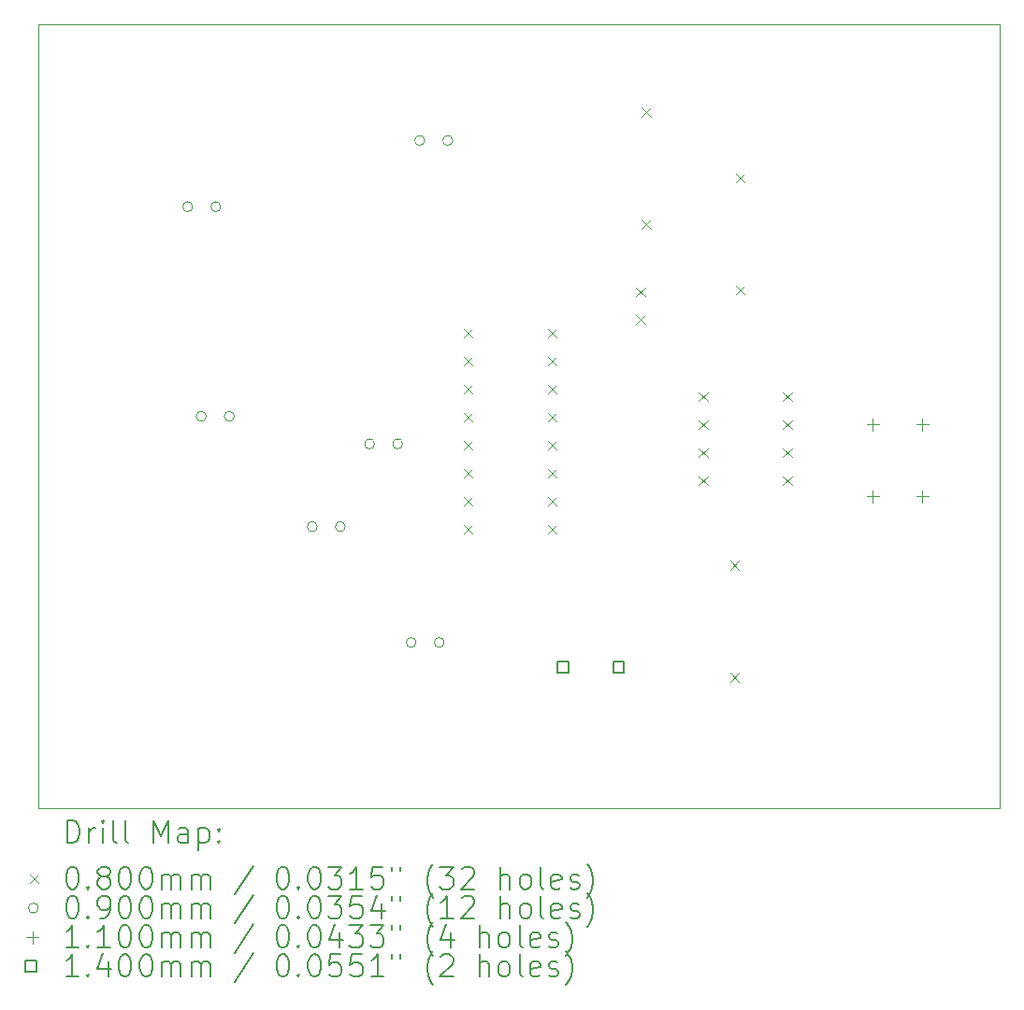
<source format=gbr>
%TF.GenerationSoftware,KiCad,Pcbnew,8.0.5*%
%TF.CreationDate,2024-09-28T21:24:17+05:30*%
%TF.ProjectId,555 DICE,35353520-4449-4434-952e-6b696361645f,rev?*%
%TF.SameCoordinates,Original*%
%TF.FileFunction,Drillmap*%
%TF.FilePolarity,Positive*%
%FSLAX45Y45*%
G04 Gerber Fmt 4.5, Leading zero omitted, Abs format (unit mm)*
G04 Created by KiCad (PCBNEW 8.0.5) date 2024-09-28 21:24:17*
%MOMM*%
%LPD*%
G01*
G04 APERTURE LIST*
%ADD10C,0.050000*%
%ADD11C,0.200000*%
%ADD12C,0.100000*%
%ADD13C,0.110000*%
%ADD14C,0.140000*%
G04 APERTURE END LIST*
D10*
X2700000Y-4450000D02*
X11400000Y-4450000D01*
X11400000Y-11550000D01*
X2700000Y-11550000D01*
X2700000Y-4450000D01*
D11*
D12*
X6548000Y-7206000D02*
X6628000Y-7286000D01*
X6628000Y-7206000D02*
X6548000Y-7286000D01*
X6548000Y-7460000D02*
X6628000Y-7540000D01*
X6628000Y-7460000D02*
X6548000Y-7540000D01*
X6548000Y-7714000D02*
X6628000Y-7794000D01*
X6628000Y-7714000D02*
X6548000Y-7794000D01*
X6548000Y-7968000D02*
X6628000Y-8048000D01*
X6628000Y-7968000D02*
X6548000Y-8048000D01*
X6548000Y-8222000D02*
X6628000Y-8302000D01*
X6628000Y-8222000D02*
X6548000Y-8302000D01*
X6548000Y-8476000D02*
X6628000Y-8556000D01*
X6628000Y-8476000D02*
X6548000Y-8556000D01*
X6548000Y-8730000D02*
X6628000Y-8810000D01*
X6628000Y-8730000D02*
X6548000Y-8810000D01*
X6548000Y-8984000D02*
X6628000Y-9064000D01*
X6628000Y-8984000D02*
X6548000Y-9064000D01*
X7310000Y-7206000D02*
X7390000Y-7286000D01*
X7390000Y-7206000D02*
X7310000Y-7286000D01*
X7310000Y-7460000D02*
X7390000Y-7540000D01*
X7390000Y-7460000D02*
X7310000Y-7540000D01*
X7310000Y-7714000D02*
X7390000Y-7794000D01*
X7390000Y-7714000D02*
X7310000Y-7794000D01*
X7310000Y-7968000D02*
X7390000Y-8048000D01*
X7390000Y-7968000D02*
X7310000Y-8048000D01*
X7310000Y-8222000D02*
X7390000Y-8302000D01*
X7390000Y-8222000D02*
X7310000Y-8302000D01*
X7310000Y-8476000D02*
X7390000Y-8556000D01*
X7390000Y-8476000D02*
X7310000Y-8556000D01*
X7310000Y-8730000D02*
X7390000Y-8810000D01*
X7390000Y-8730000D02*
X7310000Y-8810000D01*
X7310000Y-8984000D02*
X7390000Y-9064000D01*
X7390000Y-8984000D02*
X7310000Y-9064000D01*
X8110000Y-6835000D02*
X8190000Y-6915000D01*
X8190000Y-6835000D02*
X8110000Y-6915000D01*
X8110000Y-7085000D02*
X8190000Y-7165000D01*
X8190000Y-7085000D02*
X8110000Y-7165000D01*
X8160000Y-5202000D02*
X8240000Y-5282000D01*
X8240000Y-5202000D02*
X8160000Y-5282000D01*
X8160000Y-6218000D02*
X8240000Y-6298000D01*
X8240000Y-6218000D02*
X8160000Y-6298000D01*
X8677500Y-7780000D02*
X8757500Y-7860000D01*
X8757500Y-7780000D02*
X8677500Y-7860000D01*
X8677500Y-8034000D02*
X8757500Y-8114000D01*
X8757500Y-8034000D02*
X8677500Y-8114000D01*
X8677500Y-8288000D02*
X8757500Y-8368000D01*
X8757500Y-8288000D02*
X8677500Y-8368000D01*
X8677500Y-8542000D02*
X8757500Y-8622000D01*
X8757500Y-8542000D02*
X8677500Y-8622000D01*
X8960000Y-9310000D02*
X9040000Y-9390000D01*
X9040000Y-9310000D02*
X8960000Y-9390000D01*
X8960000Y-10326000D02*
X9040000Y-10406000D01*
X9040000Y-10326000D02*
X8960000Y-10406000D01*
X9010000Y-5802000D02*
X9090000Y-5882000D01*
X9090000Y-5802000D02*
X9010000Y-5882000D01*
X9010000Y-6818000D02*
X9090000Y-6898000D01*
X9090000Y-6818000D02*
X9010000Y-6898000D01*
X9439500Y-7780000D02*
X9519500Y-7860000D01*
X9519500Y-7780000D02*
X9439500Y-7860000D01*
X9439500Y-8034000D02*
X9519500Y-8114000D01*
X9519500Y-8034000D02*
X9439500Y-8114000D01*
X9439500Y-8288000D02*
X9519500Y-8368000D01*
X9519500Y-8288000D02*
X9439500Y-8368000D01*
X9439500Y-8542000D02*
X9519500Y-8622000D01*
X9519500Y-8542000D02*
X9439500Y-8622000D01*
X4095000Y-6100000D02*
G75*
G02*
X4005000Y-6100000I-45000J0D01*
G01*
X4005000Y-6100000D02*
G75*
G02*
X4095000Y-6100000I45000J0D01*
G01*
X4217500Y-8000000D02*
G75*
G02*
X4127500Y-8000000I-45000J0D01*
G01*
X4127500Y-8000000D02*
G75*
G02*
X4217500Y-8000000I45000J0D01*
G01*
X4349000Y-6100000D02*
G75*
G02*
X4259000Y-6100000I-45000J0D01*
G01*
X4259000Y-6100000D02*
G75*
G02*
X4349000Y-6100000I45000J0D01*
G01*
X4471500Y-8000000D02*
G75*
G02*
X4381500Y-8000000I-45000J0D01*
G01*
X4381500Y-8000000D02*
G75*
G02*
X4471500Y-8000000I45000J0D01*
G01*
X5222500Y-9000000D02*
G75*
G02*
X5132500Y-9000000I-45000J0D01*
G01*
X5132500Y-9000000D02*
G75*
G02*
X5222500Y-9000000I45000J0D01*
G01*
X5476500Y-9000000D02*
G75*
G02*
X5386500Y-9000000I-45000J0D01*
G01*
X5386500Y-9000000D02*
G75*
G02*
X5476500Y-9000000I45000J0D01*
G01*
X5741000Y-8250000D02*
G75*
G02*
X5651000Y-8250000I-45000J0D01*
G01*
X5651000Y-8250000D02*
G75*
G02*
X5741000Y-8250000I45000J0D01*
G01*
X5995000Y-8250000D02*
G75*
G02*
X5905000Y-8250000I-45000J0D01*
G01*
X5905000Y-8250000D02*
G75*
G02*
X5995000Y-8250000I45000J0D01*
G01*
X6117500Y-10050000D02*
G75*
G02*
X6027500Y-10050000I-45000J0D01*
G01*
X6027500Y-10050000D02*
G75*
G02*
X6117500Y-10050000I45000J0D01*
G01*
X6195000Y-5500000D02*
G75*
G02*
X6105000Y-5500000I-45000J0D01*
G01*
X6105000Y-5500000D02*
G75*
G02*
X6195000Y-5500000I45000J0D01*
G01*
X6371500Y-10050000D02*
G75*
G02*
X6281500Y-10050000I-45000J0D01*
G01*
X6281500Y-10050000D02*
G75*
G02*
X6371500Y-10050000I45000J0D01*
G01*
X6449000Y-5500000D02*
G75*
G02*
X6359000Y-5500000I-45000J0D01*
G01*
X6359000Y-5500000D02*
G75*
G02*
X6449000Y-5500000I45000J0D01*
G01*
D13*
X10250000Y-8020000D02*
X10250000Y-8130000D01*
X10195000Y-8075000D02*
X10305000Y-8075000D01*
X10250000Y-8670000D02*
X10250000Y-8780000D01*
X10195000Y-8725000D02*
X10305000Y-8725000D01*
X10700000Y-8020000D02*
X10700000Y-8130000D01*
X10645000Y-8075000D02*
X10755000Y-8075000D01*
X10700000Y-8670000D02*
X10700000Y-8780000D01*
X10645000Y-8725000D02*
X10755000Y-8725000D01*
D14*
X7499498Y-10321748D02*
X7499498Y-10222752D01*
X7400502Y-10222752D01*
X7400502Y-10321748D01*
X7499498Y-10321748D01*
X7999498Y-10321748D02*
X7999498Y-10222752D01*
X7900502Y-10222752D01*
X7900502Y-10321748D01*
X7999498Y-10321748D01*
D11*
X2958277Y-11863984D02*
X2958277Y-11663984D01*
X2958277Y-11663984D02*
X3005896Y-11663984D01*
X3005896Y-11663984D02*
X3034467Y-11673508D01*
X3034467Y-11673508D02*
X3053515Y-11692555D01*
X3053515Y-11692555D02*
X3063039Y-11711603D01*
X3063039Y-11711603D02*
X3072562Y-11749698D01*
X3072562Y-11749698D02*
X3072562Y-11778269D01*
X3072562Y-11778269D02*
X3063039Y-11816365D01*
X3063039Y-11816365D02*
X3053515Y-11835412D01*
X3053515Y-11835412D02*
X3034467Y-11854460D01*
X3034467Y-11854460D02*
X3005896Y-11863984D01*
X3005896Y-11863984D02*
X2958277Y-11863984D01*
X3158277Y-11863984D02*
X3158277Y-11730650D01*
X3158277Y-11768746D02*
X3167801Y-11749698D01*
X3167801Y-11749698D02*
X3177324Y-11740174D01*
X3177324Y-11740174D02*
X3196372Y-11730650D01*
X3196372Y-11730650D02*
X3215420Y-11730650D01*
X3282086Y-11863984D02*
X3282086Y-11730650D01*
X3282086Y-11663984D02*
X3272562Y-11673508D01*
X3272562Y-11673508D02*
X3282086Y-11683031D01*
X3282086Y-11683031D02*
X3291610Y-11673508D01*
X3291610Y-11673508D02*
X3282086Y-11663984D01*
X3282086Y-11663984D02*
X3282086Y-11683031D01*
X3405896Y-11863984D02*
X3386848Y-11854460D01*
X3386848Y-11854460D02*
X3377324Y-11835412D01*
X3377324Y-11835412D02*
X3377324Y-11663984D01*
X3510658Y-11863984D02*
X3491610Y-11854460D01*
X3491610Y-11854460D02*
X3482086Y-11835412D01*
X3482086Y-11835412D02*
X3482086Y-11663984D01*
X3739229Y-11863984D02*
X3739229Y-11663984D01*
X3739229Y-11663984D02*
X3805896Y-11806841D01*
X3805896Y-11806841D02*
X3872562Y-11663984D01*
X3872562Y-11663984D02*
X3872562Y-11863984D01*
X4053515Y-11863984D02*
X4053515Y-11759222D01*
X4053515Y-11759222D02*
X4043991Y-11740174D01*
X4043991Y-11740174D02*
X4024943Y-11730650D01*
X4024943Y-11730650D02*
X3986848Y-11730650D01*
X3986848Y-11730650D02*
X3967801Y-11740174D01*
X4053515Y-11854460D02*
X4034467Y-11863984D01*
X4034467Y-11863984D02*
X3986848Y-11863984D01*
X3986848Y-11863984D02*
X3967801Y-11854460D01*
X3967801Y-11854460D02*
X3958277Y-11835412D01*
X3958277Y-11835412D02*
X3958277Y-11816365D01*
X3958277Y-11816365D02*
X3967801Y-11797317D01*
X3967801Y-11797317D02*
X3986848Y-11787793D01*
X3986848Y-11787793D02*
X4034467Y-11787793D01*
X4034467Y-11787793D02*
X4053515Y-11778269D01*
X4148753Y-11730650D02*
X4148753Y-11930650D01*
X4148753Y-11740174D02*
X4167801Y-11730650D01*
X4167801Y-11730650D02*
X4205896Y-11730650D01*
X4205896Y-11730650D02*
X4224944Y-11740174D01*
X4224944Y-11740174D02*
X4234467Y-11749698D01*
X4234467Y-11749698D02*
X4243991Y-11768746D01*
X4243991Y-11768746D02*
X4243991Y-11825888D01*
X4243991Y-11825888D02*
X4234467Y-11844936D01*
X4234467Y-11844936D02*
X4224944Y-11854460D01*
X4224944Y-11854460D02*
X4205896Y-11863984D01*
X4205896Y-11863984D02*
X4167801Y-11863984D01*
X4167801Y-11863984D02*
X4148753Y-11854460D01*
X4329705Y-11844936D02*
X4339229Y-11854460D01*
X4339229Y-11854460D02*
X4329705Y-11863984D01*
X4329705Y-11863984D02*
X4320182Y-11854460D01*
X4320182Y-11854460D02*
X4329705Y-11844936D01*
X4329705Y-11844936D02*
X4329705Y-11863984D01*
X4329705Y-11740174D02*
X4339229Y-11749698D01*
X4339229Y-11749698D02*
X4329705Y-11759222D01*
X4329705Y-11759222D02*
X4320182Y-11749698D01*
X4320182Y-11749698D02*
X4329705Y-11740174D01*
X4329705Y-11740174D02*
X4329705Y-11759222D01*
D12*
X2617500Y-12152500D02*
X2697500Y-12232500D01*
X2697500Y-12152500D02*
X2617500Y-12232500D01*
D11*
X2996372Y-12083984D02*
X3015420Y-12083984D01*
X3015420Y-12083984D02*
X3034467Y-12093508D01*
X3034467Y-12093508D02*
X3043991Y-12103031D01*
X3043991Y-12103031D02*
X3053515Y-12122079D01*
X3053515Y-12122079D02*
X3063039Y-12160174D01*
X3063039Y-12160174D02*
X3063039Y-12207793D01*
X3063039Y-12207793D02*
X3053515Y-12245888D01*
X3053515Y-12245888D02*
X3043991Y-12264936D01*
X3043991Y-12264936D02*
X3034467Y-12274460D01*
X3034467Y-12274460D02*
X3015420Y-12283984D01*
X3015420Y-12283984D02*
X2996372Y-12283984D01*
X2996372Y-12283984D02*
X2977324Y-12274460D01*
X2977324Y-12274460D02*
X2967801Y-12264936D01*
X2967801Y-12264936D02*
X2958277Y-12245888D01*
X2958277Y-12245888D02*
X2948753Y-12207793D01*
X2948753Y-12207793D02*
X2948753Y-12160174D01*
X2948753Y-12160174D02*
X2958277Y-12122079D01*
X2958277Y-12122079D02*
X2967801Y-12103031D01*
X2967801Y-12103031D02*
X2977324Y-12093508D01*
X2977324Y-12093508D02*
X2996372Y-12083984D01*
X3148753Y-12264936D02*
X3158277Y-12274460D01*
X3158277Y-12274460D02*
X3148753Y-12283984D01*
X3148753Y-12283984D02*
X3139229Y-12274460D01*
X3139229Y-12274460D02*
X3148753Y-12264936D01*
X3148753Y-12264936D02*
X3148753Y-12283984D01*
X3272562Y-12169698D02*
X3253515Y-12160174D01*
X3253515Y-12160174D02*
X3243991Y-12150650D01*
X3243991Y-12150650D02*
X3234467Y-12131603D01*
X3234467Y-12131603D02*
X3234467Y-12122079D01*
X3234467Y-12122079D02*
X3243991Y-12103031D01*
X3243991Y-12103031D02*
X3253515Y-12093508D01*
X3253515Y-12093508D02*
X3272562Y-12083984D01*
X3272562Y-12083984D02*
X3310658Y-12083984D01*
X3310658Y-12083984D02*
X3329705Y-12093508D01*
X3329705Y-12093508D02*
X3339229Y-12103031D01*
X3339229Y-12103031D02*
X3348753Y-12122079D01*
X3348753Y-12122079D02*
X3348753Y-12131603D01*
X3348753Y-12131603D02*
X3339229Y-12150650D01*
X3339229Y-12150650D02*
X3329705Y-12160174D01*
X3329705Y-12160174D02*
X3310658Y-12169698D01*
X3310658Y-12169698D02*
X3272562Y-12169698D01*
X3272562Y-12169698D02*
X3253515Y-12179222D01*
X3253515Y-12179222D02*
X3243991Y-12188746D01*
X3243991Y-12188746D02*
X3234467Y-12207793D01*
X3234467Y-12207793D02*
X3234467Y-12245888D01*
X3234467Y-12245888D02*
X3243991Y-12264936D01*
X3243991Y-12264936D02*
X3253515Y-12274460D01*
X3253515Y-12274460D02*
X3272562Y-12283984D01*
X3272562Y-12283984D02*
X3310658Y-12283984D01*
X3310658Y-12283984D02*
X3329705Y-12274460D01*
X3329705Y-12274460D02*
X3339229Y-12264936D01*
X3339229Y-12264936D02*
X3348753Y-12245888D01*
X3348753Y-12245888D02*
X3348753Y-12207793D01*
X3348753Y-12207793D02*
X3339229Y-12188746D01*
X3339229Y-12188746D02*
X3329705Y-12179222D01*
X3329705Y-12179222D02*
X3310658Y-12169698D01*
X3472562Y-12083984D02*
X3491610Y-12083984D01*
X3491610Y-12083984D02*
X3510658Y-12093508D01*
X3510658Y-12093508D02*
X3520182Y-12103031D01*
X3520182Y-12103031D02*
X3529705Y-12122079D01*
X3529705Y-12122079D02*
X3539229Y-12160174D01*
X3539229Y-12160174D02*
X3539229Y-12207793D01*
X3539229Y-12207793D02*
X3529705Y-12245888D01*
X3529705Y-12245888D02*
X3520182Y-12264936D01*
X3520182Y-12264936D02*
X3510658Y-12274460D01*
X3510658Y-12274460D02*
X3491610Y-12283984D01*
X3491610Y-12283984D02*
X3472562Y-12283984D01*
X3472562Y-12283984D02*
X3453515Y-12274460D01*
X3453515Y-12274460D02*
X3443991Y-12264936D01*
X3443991Y-12264936D02*
X3434467Y-12245888D01*
X3434467Y-12245888D02*
X3424943Y-12207793D01*
X3424943Y-12207793D02*
X3424943Y-12160174D01*
X3424943Y-12160174D02*
X3434467Y-12122079D01*
X3434467Y-12122079D02*
X3443991Y-12103031D01*
X3443991Y-12103031D02*
X3453515Y-12093508D01*
X3453515Y-12093508D02*
X3472562Y-12083984D01*
X3663039Y-12083984D02*
X3682086Y-12083984D01*
X3682086Y-12083984D02*
X3701134Y-12093508D01*
X3701134Y-12093508D02*
X3710658Y-12103031D01*
X3710658Y-12103031D02*
X3720182Y-12122079D01*
X3720182Y-12122079D02*
X3729705Y-12160174D01*
X3729705Y-12160174D02*
X3729705Y-12207793D01*
X3729705Y-12207793D02*
X3720182Y-12245888D01*
X3720182Y-12245888D02*
X3710658Y-12264936D01*
X3710658Y-12264936D02*
X3701134Y-12274460D01*
X3701134Y-12274460D02*
X3682086Y-12283984D01*
X3682086Y-12283984D02*
X3663039Y-12283984D01*
X3663039Y-12283984D02*
X3643991Y-12274460D01*
X3643991Y-12274460D02*
X3634467Y-12264936D01*
X3634467Y-12264936D02*
X3624943Y-12245888D01*
X3624943Y-12245888D02*
X3615420Y-12207793D01*
X3615420Y-12207793D02*
X3615420Y-12160174D01*
X3615420Y-12160174D02*
X3624943Y-12122079D01*
X3624943Y-12122079D02*
X3634467Y-12103031D01*
X3634467Y-12103031D02*
X3643991Y-12093508D01*
X3643991Y-12093508D02*
X3663039Y-12083984D01*
X3815420Y-12283984D02*
X3815420Y-12150650D01*
X3815420Y-12169698D02*
X3824943Y-12160174D01*
X3824943Y-12160174D02*
X3843991Y-12150650D01*
X3843991Y-12150650D02*
X3872563Y-12150650D01*
X3872563Y-12150650D02*
X3891610Y-12160174D01*
X3891610Y-12160174D02*
X3901134Y-12179222D01*
X3901134Y-12179222D02*
X3901134Y-12283984D01*
X3901134Y-12179222D02*
X3910658Y-12160174D01*
X3910658Y-12160174D02*
X3929705Y-12150650D01*
X3929705Y-12150650D02*
X3958277Y-12150650D01*
X3958277Y-12150650D02*
X3977324Y-12160174D01*
X3977324Y-12160174D02*
X3986848Y-12179222D01*
X3986848Y-12179222D02*
X3986848Y-12283984D01*
X4082086Y-12283984D02*
X4082086Y-12150650D01*
X4082086Y-12169698D02*
X4091610Y-12160174D01*
X4091610Y-12160174D02*
X4110658Y-12150650D01*
X4110658Y-12150650D02*
X4139229Y-12150650D01*
X4139229Y-12150650D02*
X4158277Y-12160174D01*
X4158277Y-12160174D02*
X4167801Y-12179222D01*
X4167801Y-12179222D02*
X4167801Y-12283984D01*
X4167801Y-12179222D02*
X4177324Y-12160174D01*
X4177324Y-12160174D02*
X4196372Y-12150650D01*
X4196372Y-12150650D02*
X4224944Y-12150650D01*
X4224944Y-12150650D02*
X4243991Y-12160174D01*
X4243991Y-12160174D02*
X4253515Y-12179222D01*
X4253515Y-12179222D02*
X4253515Y-12283984D01*
X4643991Y-12074460D02*
X4472563Y-12331603D01*
X4901134Y-12083984D02*
X4920182Y-12083984D01*
X4920182Y-12083984D02*
X4939229Y-12093508D01*
X4939229Y-12093508D02*
X4948753Y-12103031D01*
X4948753Y-12103031D02*
X4958277Y-12122079D01*
X4958277Y-12122079D02*
X4967801Y-12160174D01*
X4967801Y-12160174D02*
X4967801Y-12207793D01*
X4967801Y-12207793D02*
X4958277Y-12245888D01*
X4958277Y-12245888D02*
X4948753Y-12264936D01*
X4948753Y-12264936D02*
X4939229Y-12274460D01*
X4939229Y-12274460D02*
X4920182Y-12283984D01*
X4920182Y-12283984D02*
X4901134Y-12283984D01*
X4901134Y-12283984D02*
X4882087Y-12274460D01*
X4882087Y-12274460D02*
X4872563Y-12264936D01*
X4872563Y-12264936D02*
X4863039Y-12245888D01*
X4863039Y-12245888D02*
X4853515Y-12207793D01*
X4853515Y-12207793D02*
X4853515Y-12160174D01*
X4853515Y-12160174D02*
X4863039Y-12122079D01*
X4863039Y-12122079D02*
X4872563Y-12103031D01*
X4872563Y-12103031D02*
X4882087Y-12093508D01*
X4882087Y-12093508D02*
X4901134Y-12083984D01*
X5053515Y-12264936D02*
X5063039Y-12274460D01*
X5063039Y-12274460D02*
X5053515Y-12283984D01*
X5053515Y-12283984D02*
X5043991Y-12274460D01*
X5043991Y-12274460D02*
X5053515Y-12264936D01*
X5053515Y-12264936D02*
X5053515Y-12283984D01*
X5186848Y-12083984D02*
X5205896Y-12083984D01*
X5205896Y-12083984D02*
X5224944Y-12093508D01*
X5224944Y-12093508D02*
X5234468Y-12103031D01*
X5234468Y-12103031D02*
X5243991Y-12122079D01*
X5243991Y-12122079D02*
X5253515Y-12160174D01*
X5253515Y-12160174D02*
X5253515Y-12207793D01*
X5253515Y-12207793D02*
X5243991Y-12245888D01*
X5243991Y-12245888D02*
X5234468Y-12264936D01*
X5234468Y-12264936D02*
X5224944Y-12274460D01*
X5224944Y-12274460D02*
X5205896Y-12283984D01*
X5205896Y-12283984D02*
X5186848Y-12283984D01*
X5186848Y-12283984D02*
X5167801Y-12274460D01*
X5167801Y-12274460D02*
X5158277Y-12264936D01*
X5158277Y-12264936D02*
X5148753Y-12245888D01*
X5148753Y-12245888D02*
X5139229Y-12207793D01*
X5139229Y-12207793D02*
X5139229Y-12160174D01*
X5139229Y-12160174D02*
X5148753Y-12122079D01*
X5148753Y-12122079D02*
X5158277Y-12103031D01*
X5158277Y-12103031D02*
X5167801Y-12093508D01*
X5167801Y-12093508D02*
X5186848Y-12083984D01*
X5320182Y-12083984D02*
X5443991Y-12083984D01*
X5443991Y-12083984D02*
X5377325Y-12160174D01*
X5377325Y-12160174D02*
X5405896Y-12160174D01*
X5405896Y-12160174D02*
X5424944Y-12169698D01*
X5424944Y-12169698D02*
X5434468Y-12179222D01*
X5434468Y-12179222D02*
X5443991Y-12198269D01*
X5443991Y-12198269D02*
X5443991Y-12245888D01*
X5443991Y-12245888D02*
X5434468Y-12264936D01*
X5434468Y-12264936D02*
X5424944Y-12274460D01*
X5424944Y-12274460D02*
X5405896Y-12283984D01*
X5405896Y-12283984D02*
X5348753Y-12283984D01*
X5348753Y-12283984D02*
X5329706Y-12274460D01*
X5329706Y-12274460D02*
X5320182Y-12264936D01*
X5634467Y-12283984D02*
X5520182Y-12283984D01*
X5577325Y-12283984D02*
X5577325Y-12083984D01*
X5577325Y-12083984D02*
X5558277Y-12112555D01*
X5558277Y-12112555D02*
X5539229Y-12131603D01*
X5539229Y-12131603D02*
X5520182Y-12141127D01*
X5815420Y-12083984D02*
X5720182Y-12083984D01*
X5720182Y-12083984D02*
X5710658Y-12179222D01*
X5710658Y-12179222D02*
X5720182Y-12169698D01*
X5720182Y-12169698D02*
X5739229Y-12160174D01*
X5739229Y-12160174D02*
X5786848Y-12160174D01*
X5786848Y-12160174D02*
X5805896Y-12169698D01*
X5805896Y-12169698D02*
X5815420Y-12179222D01*
X5815420Y-12179222D02*
X5824944Y-12198269D01*
X5824944Y-12198269D02*
X5824944Y-12245888D01*
X5824944Y-12245888D02*
X5815420Y-12264936D01*
X5815420Y-12264936D02*
X5805896Y-12274460D01*
X5805896Y-12274460D02*
X5786848Y-12283984D01*
X5786848Y-12283984D02*
X5739229Y-12283984D01*
X5739229Y-12283984D02*
X5720182Y-12274460D01*
X5720182Y-12274460D02*
X5710658Y-12264936D01*
X5901134Y-12083984D02*
X5901134Y-12122079D01*
X5977325Y-12083984D02*
X5977325Y-12122079D01*
X6272563Y-12360174D02*
X6263039Y-12350650D01*
X6263039Y-12350650D02*
X6243991Y-12322079D01*
X6243991Y-12322079D02*
X6234468Y-12303031D01*
X6234468Y-12303031D02*
X6224944Y-12274460D01*
X6224944Y-12274460D02*
X6215420Y-12226841D01*
X6215420Y-12226841D02*
X6215420Y-12188746D01*
X6215420Y-12188746D02*
X6224944Y-12141127D01*
X6224944Y-12141127D02*
X6234468Y-12112555D01*
X6234468Y-12112555D02*
X6243991Y-12093508D01*
X6243991Y-12093508D02*
X6263039Y-12064936D01*
X6263039Y-12064936D02*
X6272563Y-12055412D01*
X6329706Y-12083984D02*
X6453515Y-12083984D01*
X6453515Y-12083984D02*
X6386848Y-12160174D01*
X6386848Y-12160174D02*
X6415420Y-12160174D01*
X6415420Y-12160174D02*
X6434468Y-12169698D01*
X6434468Y-12169698D02*
X6443991Y-12179222D01*
X6443991Y-12179222D02*
X6453515Y-12198269D01*
X6453515Y-12198269D02*
X6453515Y-12245888D01*
X6453515Y-12245888D02*
X6443991Y-12264936D01*
X6443991Y-12264936D02*
X6434468Y-12274460D01*
X6434468Y-12274460D02*
X6415420Y-12283984D01*
X6415420Y-12283984D02*
X6358277Y-12283984D01*
X6358277Y-12283984D02*
X6339229Y-12274460D01*
X6339229Y-12274460D02*
X6329706Y-12264936D01*
X6529706Y-12103031D02*
X6539229Y-12093508D01*
X6539229Y-12093508D02*
X6558277Y-12083984D01*
X6558277Y-12083984D02*
X6605896Y-12083984D01*
X6605896Y-12083984D02*
X6624944Y-12093508D01*
X6624944Y-12093508D02*
X6634468Y-12103031D01*
X6634468Y-12103031D02*
X6643991Y-12122079D01*
X6643991Y-12122079D02*
X6643991Y-12141127D01*
X6643991Y-12141127D02*
X6634468Y-12169698D01*
X6634468Y-12169698D02*
X6520182Y-12283984D01*
X6520182Y-12283984D02*
X6643991Y-12283984D01*
X6882087Y-12283984D02*
X6882087Y-12083984D01*
X6967801Y-12283984D02*
X6967801Y-12179222D01*
X6967801Y-12179222D02*
X6958277Y-12160174D01*
X6958277Y-12160174D02*
X6939230Y-12150650D01*
X6939230Y-12150650D02*
X6910658Y-12150650D01*
X6910658Y-12150650D02*
X6891610Y-12160174D01*
X6891610Y-12160174D02*
X6882087Y-12169698D01*
X7091610Y-12283984D02*
X7072563Y-12274460D01*
X7072563Y-12274460D02*
X7063039Y-12264936D01*
X7063039Y-12264936D02*
X7053515Y-12245888D01*
X7053515Y-12245888D02*
X7053515Y-12188746D01*
X7053515Y-12188746D02*
X7063039Y-12169698D01*
X7063039Y-12169698D02*
X7072563Y-12160174D01*
X7072563Y-12160174D02*
X7091610Y-12150650D01*
X7091610Y-12150650D02*
X7120182Y-12150650D01*
X7120182Y-12150650D02*
X7139230Y-12160174D01*
X7139230Y-12160174D02*
X7148753Y-12169698D01*
X7148753Y-12169698D02*
X7158277Y-12188746D01*
X7158277Y-12188746D02*
X7158277Y-12245888D01*
X7158277Y-12245888D02*
X7148753Y-12264936D01*
X7148753Y-12264936D02*
X7139230Y-12274460D01*
X7139230Y-12274460D02*
X7120182Y-12283984D01*
X7120182Y-12283984D02*
X7091610Y-12283984D01*
X7272563Y-12283984D02*
X7253515Y-12274460D01*
X7253515Y-12274460D02*
X7243991Y-12255412D01*
X7243991Y-12255412D02*
X7243991Y-12083984D01*
X7424944Y-12274460D02*
X7405896Y-12283984D01*
X7405896Y-12283984D02*
X7367801Y-12283984D01*
X7367801Y-12283984D02*
X7348753Y-12274460D01*
X7348753Y-12274460D02*
X7339230Y-12255412D01*
X7339230Y-12255412D02*
X7339230Y-12179222D01*
X7339230Y-12179222D02*
X7348753Y-12160174D01*
X7348753Y-12160174D02*
X7367801Y-12150650D01*
X7367801Y-12150650D02*
X7405896Y-12150650D01*
X7405896Y-12150650D02*
X7424944Y-12160174D01*
X7424944Y-12160174D02*
X7434468Y-12179222D01*
X7434468Y-12179222D02*
X7434468Y-12198269D01*
X7434468Y-12198269D02*
X7339230Y-12217317D01*
X7510658Y-12274460D02*
X7529706Y-12283984D01*
X7529706Y-12283984D02*
X7567801Y-12283984D01*
X7567801Y-12283984D02*
X7586849Y-12274460D01*
X7586849Y-12274460D02*
X7596372Y-12255412D01*
X7596372Y-12255412D02*
X7596372Y-12245888D01*
X7596372Y-12245888D02*
X7586849Y-12226841D01*
X7586849Y-12226841D02*
X7567801Y-12217317D01*
X7567801Y-12217317D02*
X7539230Y-12217317D01*
X7539230Y-12217317D02*
X7520182Y-12207793D01*
X7520182Y-12207793D02*
X7510658Y-12188746D01*
X7510658Y-12188746D02*
X7510658Y-12179222D01*
X7510658Y-12179222D02*
X7520182Y-12160174D01*
X7520182Y-12160174D02*
X7539230Y-12150650D01*
X7539230Y-12150650D02*
X7567801Y-12150650D01*
X7567801Y-12150650D02*
X7586849Y-12160174D01*
X7663039Y-12360174D02*
X7672563Y-12350650D01*
X7672563Y-12350650D02*
X7691611Y-12322079D01*
X7691611Y-12322079D02*
X7701134Y-12303031D01*
X7701134Y-12303031D02*
X7710658Y-12274460D01*
X7710658Y-12274460D02*
X7720182Y-12226841D01*
X7720182Y-12226841D02*
X7720182Y-12188746D01*
X7720182Y-12188746D02*
X7710658Y-12141127D01*
X7710658Y-12141127D02*
X7701134Y-12112555D01*
X7701134Y-12112555D02*
X7691611Y-12093508D01*
X7691611Y-12093508D02*
X7672563Y-12064936D01*
X7672563Y-12064936D02*
X7663039Y-12055412D01*
D12*
X2697500Y-12456500D02*
G75*
G02*
X2607500Y-12456500I-45000J0D01*
G01*
X2607500Y-12456500D02*
G75*
G02*
X2697500Y-12456500I45000J0D01*
G01*
D11*
X2996372Y-12347984D02*
X3015420Y-12347984D01*
X3015420Y-12347984D02*
X3034467Y-12357508D01*
X3034467Y-12357508D02*
X3043991Y-12367031D01*
X3043991Y-12367031D02*
X3053515Y-12386079D01*
X3053515Y-12386079D02*
X3063039Y-12424174D01*
X3063039Y-12424174D02*
X3063039Y-12471793D01*
X3063039Y-12471793D02*
X3053515Y-12509888D01*
X3053515Y-12509888D02*
X3043991Y-12528936D01*
X3043991Y-12528936D02*
X3034467Y-12538460D01*
X3034467Y-12538460D02*
X3015420Y-12547984D01*
X3015420Y-12547984D02*
X2996372Y-12547984D01*
X2996372Y-12547984D02*
X2977324Y-12538460D01*
X2977324Y-12538460D02*
X2967801Y-12528936D01*
X2967801Y-12528936D02*
X2958277Y-12509888D01*
X2958277Y-12509888D02*
X2948753Y-12471793D01*
X2948753Y-12471793D02*
X2948753Y-12424174D01*
X2948753Y-12424174D02*
X2958277Y-12386079D01*
X2958277Y-12386079D02*
X2967801Y-12367031D01*
X2967801Y-12367031D02*
X2977324Y-12357508D01*
X2977324Y-12357508D02*
X2996372Y-12347984D01*
X3148753Y-12528936D02*
X3158277Y-12538460D01*
X3158277Y-12538460D02*
X3148753Y-12547984D01*
X3148753Y-12547984D02*
X3139229Y-12538460D01*
X3139229Y-12538460D02*
X3148753Y-12528936D01*
X3148753Y-12528936D02*
X3148753Y-12547984D01*
X3253515Y-12547984D02*
X3291610Y-12547984D01*
X3291610Y-12547984D02*
X3310658Y-12538460D01*
X3310658Y-12538460D02*
X3320182Y-12528936D01*
X3320182Y-12528936D02*
X3339229Y-12500365D01*
X3339229Y-12500365D02*
X3348753Y-12462269D01*
X3348753Y-12462269D02*
X3348753Y-12386079D01*
X3348753Y-12386079D02*
X3339229Y-12367031D01*
X3339229Y-12367031D02*
X3329705Y-12357508D01*
X3329705Y-12357508D02*
X3310658Y-12347984D01*
X3310658Y-12347984D02*
X3272562Y-12347984D01*
X3272562Y-12347984D02*
X3253515Y-12357508D01*
X3253515Y-12357508D02*
X3243991Y-12367031D01*
X3243991Y-12367031D02*
X3234467Y-12386079D01*
X3234467Y-12386079D02*
X3234467Y-12433698D01*
X3234467Y-12433698D02*
X3243991Y-12452746D01*
X3243991Y-12452746D02*
X3253515Y-12462269D01*
X3253515Y-12462269D02*
X3272562Y-12471793D01*
X3272562Y-12471793D02*
X3310658Y-12471793D01*
X3310658Y-12471793D02*
X3329705Y-12462269D01*
X3329705Y-12462269D02*
X3339229Y-12452746D01*
X3339229Y-12452746D02*
X3348753Y-12433698D01*
X3472562Y-12347984D02*
X3491610Y-12347984D01*
X3491610Y-12347984D02*
X3510658Y-12357508D01*
X3510658Y-12357508D02*
X3520182Y-12367031D01*
X3520182Y-12367031D02*
X3529705Y-12386079D01*
X3529705Y-12386079D02*
X3539229Y-12424174D01*
X3539229Y-12424174D02*
X3539229Y-12471793D01*
X3539229Y-12471793D02*
X3529705Y-12509888D01*
X3529705Y-12509888D02*
X3520182Y-12528936D01*
X3520182Y-12528936D02*
X3510658Y-12538460D01*
X3510658Y-12538460D02*
X3491610Y-12547984D01*
X3491610Y-12547984D02*
X3472562Y-12547984D01*
X3472562Y-12547984D02*
X3453515Y-12538460D01*
X3453515Y-12538460D02*
X3443991Y-12528936D01*
X3443991Y-12528936D02*
X3434467Y-12509888D01*
X3434467Y-12509888D02*
X3424943Y-12471793D01*
X3424943Y-12471793D02*
X3424943Y-12424174D01*
X3424943Y-12424174D02*
X3434467Y-12386079D01*
X3434467Y-12386079D02*
X3443991Y-12367031D01*
X3443991Y-12367031D02*
X3453515Y-12357508D01*
X3453515Y-12357508D02*
X3472562Y-12347984D01*
X3663039Y-12347984D02*
X3682086Y-12347984D01*
X3682086Y-12347984D02*
X3701134Y-12357508D01*
X3701134Y-12357508D02*
X3710658Y-12367031D01*
X3710658Y-12367031D02*
X3720182Y-12386079D01*
X3720182Y-12386079D02*
X3729705Y-12424174D01*
X3729705Y-12424174D02*
X3729705Y-12471793D01*
X3729705Y-12471793D02*
X3720182Y-12509888D01*
X3720182Y-12509888D02*
X3710658Y-12528936D01*
X3710658Y-12528936D02*
X3701134Y-12538460D01*
X3701134Y-12538460D02*
X3682086Y-12547984D01*
X3682086Y-12547984D02*
X3663039Y-12547984D01*
X3663039Y-12547984D02*
X3643991Y-12538460D01*
X3643991Y-12538460D02*
X3634467Y-12528936D01*
X3634467Y-12528936D02*
X3624943Y-12509888D01*
X3624943Y-12509888D02*
X3615420Y-12471793D01*
X3615420Y-12471793D02*
X3615420Y-12424174D01*
X3615420Y-12424174D02*
X3624943Y-12386079D01*
X3624943Y-12386079D02*
X3634467Y-12367031D01*
X3634467Y-12367031D02*
X3643991Y-12357508D01*
X3643991Y-12357508D02*
X3663039Y-12347984D01*
X3815420Y-12547984D02*
X3815420Y-12414650D01*
X3815420Y-12433698D02*
X3824943Y-12424174D01*
X3824943Y-12424174D02*
X3843991Y-12414650D01*
X3843991Y-12414650D02*
X3872563Y-12414650D01*
X3872563Y-12414650D02*
X3891610Y-12424174D01*
X3891610Y-12424174D02*
X3901134Y-12443222D01*
X3901134Y-12443222D02*
X3901134Y-12547984D01*
X3901134Y-12443222D02*
X3910658Y-12424174D01*
X3910658Y-12424174D02*
X3929705Y-12414650D01*
X3929705Y-12414650D02*
X3958277Y-12414650D01*
X3958277Y-12414650D02*
X3977324Y-12424174D01*
X3977324Y-12424174D02*
X3986848Y-12443222D01*
X3986848Y-12443222D02*
X3986848Y-12547984D01*
X4082086Y-12547984D02*
X4082086Y-12414650D01*
X4082086Y-12433698D02*
X4091610Y-12424174D01*
X4091610Y-12424174D02*
X4110658Y-12414650D01*
X4110658Y-12414650D02*
X4139229Y-12414650D01*
X4139229Y-12414650D02*
X4158277Y-12424174D01*
X4158277Y-12424174D02*
X4167801Y-12443222D01*
X4167801Y-12443222D02*
X4167801Y-12547984D01*
X4167801Y-12443222D02*
X4177324Y-12424174D01*
X4177324Y-12424174D02*
X4196372Y-12414650D01*
X4196372Y-12414650D02*
X4224944Y-12414650D01*
X4224944Y-12414650D02*
X4243991Y-12424174D01*
X4243991Y-12424174D02*
X4253515Y-12443222D01*
X4253515Y-12443222D02*
X4253515Y-12547984D01*
X4643991Y-12338460D02*
X4472563Y-12595603D01*
X4901134Y-12347984D02*
X4920182Y-12347984D01*
X4920182Y-12347984D02*
X4939229Y-12357508D01*
X4939229Y-12357508D02*
X4948753Y-12367031D01*
X4948753Y-12367031D02*
X4958277Y-12386079D01*
X4958277Y-12386079D02*
X4967801Y-12424174D01*
X4967801Y-12424174D02*
X4967801Y-12471793D01*
X4967801Y-12471793D02*
X4958277Y-12509888D01*
X4958277Y-12509888D02*
X4948753Y-12528936D01*
X4948753Y-12528936D02*
X4939229Y-12538460D01*
X4939229Y-12538460D02*
X4920182Y-12547984D01*
X4920182Y-12547984D02*
X4901134Y-12547984D01*
X4901134Y-12547984D02*
X4882087Y-12538460D01*
X4882087Y-12538460D02*
X4872563Y-12528936D01*
X4872563Y-12528936D02*
X4863039Y-12509888D01*
X4863039Y-12509888D02*
X4853515Y-12471793D01*
X4853515Y-12471793D02*
X4853515Y-12424174D01*
X4853515Y-12424174D02*
X4863039Y-12386079D01*
X4863039Y-12386079D02*
X4872563Y-12367031D01*
X4872563Y-12367031D02*
X4882087Y-12357508D01*
X4882087Y-12357508D02*
X4901134Y-12347984D01*
X5053515Y-12528936D02*
X5063039Y-12538460D01*
X5063039Y-12538460D02*
X5053515Y-12547984D01*
X5053515Y-12547984D02*
X5043991Y-12538460D01*
X5043991Y-12538460D02*
X5053515Y-12528936D01*
X5053515Y-12528936D02*
X5053515Y-12547984D01*
X5186848Y-12347984D02*
X5205896Y-12347984D01*
X5205896Y-12347984D02*
X5224944Y-12357508D01*
X5224944Y-12357508D02*
X5234468Y-12367031D01*
X5234468Y-12367031D02*
X5243991Y-12386079D01*
X5243991Y-12386079D02*
X5253515Y-12424174D01*
X5253515Y-12424174D02*
X5253515Y-12471793D01*
X5253515Y-12471793D02*
X5243991Y-12509888D01*
X5243991Y-12509888D02*
X5234468Y-12528936D01*
X5234468Y-12528936D02*
X5224944Y-12538460D01*
X5224944Y-12538460D02*
X5205896Y-12547984D01*
X5205896Y-12547984D02*
X5186848Y-12547984D01*
X5186848Y-12547984D02*
X5167801Y-12538460D01*
X5167801Y-12538460D02*
X5158277Y-12528936D01*
X5158277Y-12528936D02*
X5148753Y-12509888D01*
X5148753Y-12509888D02*
X5139229Y-12471793D01*
X5139229Y-12471793D02*
X5139229Y-12424174D01*
X5139229Y-12424174D02*
X5148753Y-12386079D01*
X5148753Y-12386079D02*
X5158277Y-12367031D01*
X5158277Y-12367031D02*
X5167801Y-12357508D01*
X5167801Y-12357508D02*
X5186848Y-12347984D01*
X5320182Y-12347984D02*
X5443991Y-12347984D01*
X5443991Y-12347984D02*
X5377325Y-12424174D01*
X5377325Y-12424174D02*
X5405896Y-12424174D01*
X5405896Y-12424174D02*
X5424944Y-12433698D01*
X5424944Y-12433698D02*
X5434468Y-12443222D01*
X5434468Y-12443222D02*
X5443991Y-12462269D01*
X5443991Y-12462269D02*
X5443991Y-12509888D01*
X5443991Y-12509888D02*
X5434468Y-12528936D01*
X5434468Y-12528936D02*
X5424944Y-12538460D01*
X5424944Y-12538460D02*
X5405896Y-12547984D01*
X5405896Y-12547984D02*
X5348753Y-12547984D01*
X5348753Y-12547984D02*
X5329706Y-12538460D01*
X5329706Y-12538460D02*
X5320182Y-12528936D01*
X5624944Y-12347984D02*
X5529706Y-12347984D01*
X5529706Y-12347984D02*
X5520182Y-12443222D01*
X5520182Y-12443222D02*
X5529706Y-12433698D01*
X5529706Y-12433698D02*
X5548753Y-12424174D01*
X5548753Y-12424174D02*
X5596372Y-12424174D01*
X5596372Y-12424174D02*
X5615420Y-12433698D01*
X5615420Y-12433698D02*
X5624944Y-12443222D01*
X5624944Y-12443222D02*
X5634467Y-12462269D01*
X5634467Y-12462269D02*
X5634467Y-12509888D01*
X5634467Y-12509888D02*
X5624944Y-12528936D01*
X5624944Y-12528936D02*
X5615420Y-12538460D01*
X5615420Y-12538460D02*
X5596372Y-12547984D01*
X5596372Y-12547984D02*
X5548753Y-12547984D01*
X5548753Y-12547984D02*
X5529706Y-12538460D01*
X5529706Y-12538460D02*
X5520182Y-12528936D01*
X5805896Y-12414650D02*
X5805896Y-12547984D01*
X5758277Y-12338460D02*
X5710658Y-12481317D01*
X5710658Y-12481317D02*
X5834467Y-12481317D01*
X5901134Y-12347984D02*
X5901134Y-12386079D01*
X5977325Y-12347984D02*
X5977325Y-12386079D01*
X6272563Y-12624174D02*
X6263039Y-12614650D01*
X6263039Y-12614650D02*
X6243991Y-12586079D01*
X6243991Y-12586079D02*
X6234468Y-12567031D01*
X6234468Y-12567031D02*
X6224944Y-12538460D01*
X6224944Y-12538460D02*
X6215420Y-12490841D01*
X6215420Y-12490841D02*
X6215420Y-12452746D01*
X6215420Y-12452746D02*
X6224944Y-12405127D01*
X6224944Y-12405127D02*
X6234468Y-12376555D01*
X6234468Y-12376555D02*
X6243991Y-12357508D01*
X6243991Y-12357508D02*
X6263039Y-12328936D01*
X6263039Y-12328936D02*
X6272563Y-12319412D01*
X6453515Y-12547984D02*
X6339229Y-12547984D01*
X6396372Y-12547984D02*
X6396372Y-12347984D01*
X6396372Y-12347984D02*
X6377325Y-12376555D01*
X6377325Y-12376555D02*
X6358277Y-12395603D01*
X6358277Y-12395603D02*
X6339229Y-12405127D01*
X6529706Y-12367031D02*
X6539229Y-12357508D01*
X6539229Y-12357508D02*
X6558277Y-12347984D01*
X6558277Y-12347984D02*
X6605896Y-12347984D01*
X6605896Y-12347984D02*
X6624944Y-12357508D01*
X6624944Y-12357508D02*
X6634468Y-12367031D01*
X6634468Y-12367031D02*
X6643991Y-12386079D01*
X6643991Y-12386079D02*
X6643991Y-12405127D01*
X6643991Y-12405127D02*
X6634468Y-12433698D01*
X6634468Y-12433698D02*
X6520182Y-12547984D01*
X6520182Y-12547984D02*
X6643991Y-12547984D01*
X6882087Y-12547984D02*
X6882087Y-12347984D01*
X6967801Y-12547984D02*
X6967801Y-12443222D01*
X6967801Y-12443222D02*
X6958277Y-12424174D01*
X6958277Y-12424174D02*
X6939230Y-12414650D01*
X6939230Y-12414650D02*
X6910658Y-12414650D01*
X6910658Y-12414650D02*
X6891610Y-12424174D01*
X6891610Y-12424174D02*
X6882087Y-12433698D01*
X7091610Y-12547984D02*
X7072563Y-12538460D01*
X7072563Y-12538460D02*
X7063039Y-12528936D01*
X7063039Y-12528936D02*
X7053515Y-12509888D01*
X7053515Y-12509888D02*
X7053515Y-12452746D01*
X7053515Y-12452746D02*
X7063039Y-12433698D01*
X7063039Y-12433698D02*
X7072563Y-12424174D01*
X7072563Y-12424174D02*
X7091610Y-12414650D01*
X7091610Y-12414650D02*
X7120182Y-12414650D01*
X7120182Y-12414650D02*
X7139230Y-12424174D01*
X7139230Y-12424174D02*
X7148753Y-12433698D01*
X7148753Y-12433698D02*
X7158277Y-12452746D01*
X7158277Y-12452746D02*
X7158277Y-12509888D01*
X7158277Y-12509888D02*
X7148753Y-12528936D01*
X7148753Y-12528936D02*
X7139230Y-12538460D01*
X7139230Y-12538460D02*
X7120182Y-12547984D01*
X7120182Y-12547984D02*
X7091610Y-12547984D01*
X7272563Y-12547984D02*
X7253515Y-12538460D01*
X7253515Y-12538460D02*
X7243991Y-12519412D01*
X7243991Y-12519412D02*
X7243991Y-12347984D01*
X7424944Y-12538460D02*
X7405896Y-12547984D01*
X7405896Y-12547984D02*
X7367801Y-12547984D01*
X7367801Y-12547984D02*
X7348753Y-12538460D01*
X7348753Y-12538460D02*
X7339230Y-12519412D01*
X7339230Y-12519412D02*
X7339230Y-12443222D01*
X7339230Y-12443222D02*
X7348753Y-12424174D01*
X7348753Y-12424174D02*
X7367801Y-12414650D01*
X7367801Y-12414650D02*
X7405896Y-12414650D01*
X7405896Y-12414650D02*
X7424944Y-12424174D01*
X7424944Y-12424174D02*
X7434468Y-12443222D01*
X7434468Y-12443222D02*
X7434468Y-12462269D01*
X7434468Y-12462269D02*
X7339230Y-12481317D01*
X7510658Y-12538460D02*
X7529706Y-12547984D01*
X7529706Y-12547984D02*
X7567801Y-12547984D01*
X7567801Y-12547984D02*
X7586849Y-12538460D01*
X7586849Y-12538460D02*
X7596372Y-12519412D01*
X7596372Y-12519412D02*
X7596372Y-12509888D01*
X7596372Y-12509888D02*
X7586849Y-12490841D01*
X7586849Y-12490841D02*
X7567801Y-12481317D01*
X7567801Y-12481317D02*
X7539230Y-12481317D01*
X7539230Y-12481317D02*
X7520182Y-12471793D01*
X7520182Y-12471793D02*
X7510658Y-12452746D01*
X7510658Y-12452746D02*
X7510658Y-12443222D01*
X7510658Y-12443222D02*
X7520182Y-12424174D01*
X7520182Y-12424174D02*
X7539230Y-12414650D01*
X7539230Y-12414650D02*
X7567801Y-12414650D01*
X7567801Y-12414650D02*
X7586849Y-12424174D01*
X7663039Y-12624174D02*
X7672563Y-12614650D01*
X7672563Y-12614650D02*
X7691611Y-12586079D01*
X7691611Y-12586079D02*
X7701134Y-12567031D01*
X7701134Y-12567031D02*
X7710658Y-12538460D01*
X7710658Y-12538460D02*
X7720182Y-12490841D01*
X7720182Y-12490841D02*
X7720182Y-12452746D01*
X7720182Y-12452746D02*
X7710658Y-12405127D01*
X7710658Y-12405127D02*
X7701134Y-12376555D01*
X7701134Y-12376555D02*
X7691611Y-12357508D01*
X7691611Y-12357508D02*
X7672563Y-12328936D01*
X7672563Y-12328936D02*
X7663039Y-12319412D01*
D13*
X2642500Y-12665500D02*
X2642500Y-12775500D01*
X2587500Y-12720500D02*
X2697500Y-12720500D01*
D11*
X3063039Y-12811984D02*
X2948753Y-12811984D01*
X3005896Y-12811984D02*
X3005896Y-12611984D01*
X3005896Y-12611984D02*
X2986848Y-12640555D01*
X2986848Y-12640555D02*
X2967801Y-12659603D01*
X2967801Y-12659603D02*
X2948753Y-12669127D01*
X3148753Y-12792936D02*
X3158277Y-12802460D01*
X3158277Y-12802460D02*
X3148753Y-12811984D01*
X3148753Y-12811984D02*
X3139229Y-12802460D01*
X3139229Y-12802460D02*
X3148753Y-12792936D01*
X3148753Y-12792936D02*
X3148753Y-12811984D01*
X3348753Y-12811984D02*
X3234467Y-12811984D01*
X3291610Y-12811984D02*
X3291610Y-12611984D01*
X3291610Y-12611984D02*
X3272562Y-12640555D01*
X3272562Y-12640555D02*
X3253515Y-12659603D01*
X3253515Y-12659603D02*
X3234467Y-12669127D01*
X3472562Y-12611984D02*
X3491610Y-12611984D01*
X3491610Y-12611984D02*
X3510658Y-12621508D01*
X3510658Y-12621508D02*
X3520182Y-12631031D01*
X3520182Y-12631031D02*
X3529705Y-12650079D01*
X3529705Y-12650079D02*
X3539229Y-12688174D01*
X3539229Y-12688174D02*
X3539229Y-12735793D01*
X3539229Y-12735793D02*
X3529705Y-12773888D01*
X3529705Y-12773888D02*
X3520182Y-12792936D01*
X3520182Y-12792936D02*
X3510658Y-12802460D01*
X3510658Y-12802460D02*
X3491610Y-12811984D01*
X3491610Y-12811984D02*
X3472562Y-12811984D01*
X3472562Y-12811984D02*
X3453515Y-12802460D01*
X3453515Y-12802460D02*
X3443991Y-12792936D01*
X3443991Y-12792936D02*
X3434467Y-12773888D01*
X3434467Y-12773888D02*
X3424943Y-12735793D01*
X3424943Y-12735793D02*
X3424943Y-12688174D01*
X3424943Y-12688174D02*
X3434467Y-12650079D01*
X3434467Y-12650079D02*
X3443991Y-12631031D01*
X3443991Y-12631031D02*
X3453515Y-12621508D01*
X3453515Y-12621508D02*
X3472562Y-12611984D01*
X3663039Y-12611984D02*
X3682086Y-12611984D01*
X3682086Y-12611984D02*
X3701134Y-12621508D01*
X3701134Y-12621508D02*
X3710658Y-12631031D01*
X3710658Y-12631031D02*
X3720182Y-12650079D01*
X3720182Y-12650079D02*
X3729705Y-12688174D01*
X3729705Y-12688174D02*
X3729705Y-12735793D01*
X3729705Y-12735793D02*
X3720182Y-12773888D01*
X3720182Y-12773888D02*
X3710658Y-12792936D01*
X3710658Y-12792936D02*
X3701134Y-12802460D01*
X3701134Y-12802460D02*
X3682086Y-12811984D01*
X3682086Y-12811984D02*
X3663039Y-12811984D01*
X3663039Y-12811984D02*
X3643991Y-12802460D01*
X3643991Y-12802460D02*
X3634467Y-12792936D01*
X3634467Y-12792936D02*
X3624943Y-12773888D01*
X3624943Y-12773888D02*
X3615420Y-12735793D01*
X3615420Y-12735793D02*
X3615420Y-12688174D01*
X3615420Y-12688174D02*
X3624943Y-12650079D01*
X3624943Y-12650079D02*
X3634467Y-12631031D01*
X3634467Y-12631031D02*
X3643991Y-12621508D01*
X3643991Y-12621508D02*
X3663039Y-12611984D01*
X3815420Y-12811984D02*
X3815420Y-12678650D01*
X3815420Y-12697698D02*
X3824943Y-12688174D01*
X3824943Y-12688174D02*
X3843991Y-12678650D01*
X3843991Y-12678650D02*
X3872563Y-12678650D01*
X3872563Y-12678650D02*
X3891610Y-12688174D01*
X3891610Y-12688174D02*
X3901134Y-12707222D01*
X3901134Y-12707222D02*
X3901134Y-12811984D01*
X3901134Y-12707222D02*
X3910658Y-12688174D01*
X3910658Y-12688174D02*
X3929705Y-12678650D01*
X3929705Y-12678650D02*
X3958277Y-12678650D01*
X3958277Y-12678650D02*
X3977324Y-12688174D01*
X3977324Y-12688174D02*
X3986848Y-12707222D01*
X3986848Y-12707222D02*
X3986848Y-12811984D01*
X4082086Y-12811984D02*
X4082086Y-12678650D01*
X4082086Y-12697698D02*
X4091610Y-12688174D01*
X4091610Y-12688174D02*
X4110658Y-12678650D01*
X4110658Y-12678650D02*
X4139229Y-12678650D01*
X4139229Y-12678650D02*
X4158277Y-12688174D01*
X4158277Y-12688174D02*
X4167801Y-12707222D01*
X4167801Y-12707222D02*
X4167801Y-12811984D01*
X4167801Y-12707222D02*
X4177324Y-12688174D01*
X4177324Y-12688174D02*
X4196372Y-12678650D01*
X4196372Y-12678650D02*
X4224944Y-12678650D01*
X4224944Y-12678650D02*
X4243991Y-12688174D01*
X4243991Y-12688174D02*
X4253515Y-12707222D01*
X4253515Y-12707222D02*
X4253515Y-12811984D01*
X4643991Y-12602460D02*
X4472563Y-12859603D01*
X4901134Y-12611984D02*
X4920182Y-12611984D01*
X4920182Y-12611984D02*
X4939229Y-12621508D01*
X4939229Y-12621508D02*
X4948753Y-12631031D01*
X4948753Y-12631031D02*
X4958277Y-12650079D01*
X4958277Y-12650079D02*
X4967801Y-12688174D01*
X4967801Y-12688174D02*
X4967801Y-12735793D01*
X4967801Y-12735793D02*
X4958277Y-12773888D01*
X4958277Y-12773888D02*
X4948753Y-12792936D01*
X4948753Y-12792936D02*
X4939229Y-12802460D01*
X4939229Y-12802460D02*
X4920182Y-12811984D01*
X4920182Y-12811984D02*
X4901134Y-12811984D01*
X4901134Y-12811984D02*
X4882087Y-12802460D01*
X4882087Y-12802460D02*
X4872563Y-12792936D01*
X4872563Y-12792936D02*
X4863039Y-12773888D01*
X4863039Y-12773888D02*
X4853515Y-12735793D01*
X4853515Y-12735793D02*
X4853515Y-12688174D01*
X4853515Y-12688174D02*
X4863039Y-12650079D01*
X4863039Y-12650079D02*
X4872563Y-12631031D01*
X4872563Y-12631031D02*
X4882087Y-12621508D01*
X4882087Y-12621508D02*
X4901134Y-12611984D01*
X5053515Y-12792936D02*
X5063039Y-12802460D01*
X5063039Y-12802460D02*
X5053515Y-12811984D01*
X5053515Y-12811984D02*
X5043991Y-12802460D01*
X5043991Y-12802460D02*
X5053515Y-12792936D01*
X5053515Y-12792936D02*
X5053515Y-12811984D01*
X5186848Y-12611984D02*
X5205896Y-12611984D01*
X5205896Y-12611984D02*
X5224944Y-12621508D01*
X5224944Y-12621508D02*
X5234468Y-12631031D01*
X5234468Y-12631031D02*
X5243991Y-12650079D01*
X5243991Y-12650079D02*
X5253515Y-12688174D01*
X5253515Y-12688174D02*
X5253515Y-12735793D01*
X5253515Y-12735793D02*
X5243991Y-12773888D01*
X5243991Y-12773888D02*
X5234468Y-12792936D01*
X5234468Y-12792936D02*
X5224944Y-12802460D01*
X5224944Y-12802460D02*
X5205896Y-12811984D01*
X5205896Y-12811984D02*
X5186848Y-12811984D01*
X5186848Y-12811984D02*
X5167801Y-12802460D01*
X5167801Y-12802460D02*
X5158277Y-12792936D01*
X5158277Y-12792936D02*
X5148753Y-12773888D01*
X5148753Y-12773888D02*
X5139229Y-12735793D01*
X5139229Y-12735793D02*
X5139229Y-12688174D01*
X5139229Y-12688174D02*
X5148753Y-12650079D01*
X5148753Y-12650079D02*
X5158277Y-12631031D01*
X5158277Y-12631031D02*
X5167801Y-12621508D01*
X5167801Y-12621508D02*
X5186848Y-12611984D01*
X5424944Y-12678650D02*
X5424944Y-12811984D01*
X5377325Y-12602460D02*
X5329706Y-12745317D01*
X5329706Y-12745317D02*
X5453515Y-12745317D01*
X5510658Y-12611984D02*
X5634467Y-12611984D01*
X5634467Y-12611984D02*
X5567801Y-12688174D01*
X5567801Y-12688174D02*
X5596372Y-12688174D01*
X5596372Y-12688174D02*
X5615420Y-12697698D01*
X5615420Y-12697698D02*
X5624944Y-12707222D01*
X5624944Y-12707222D02*
X5634467Y-12726269D01*
X5634467Y-12726269D02*
X5634467Y-12773888D01*
X5634467Y-12773888D02*
X5624944Y-12792936D01*
X5624944Y-12792936D02*
X5615420Y-12802460D01*
X5615420Y-12802460D02*
X5596372Y-12811984D01*
X5596372Y-12811984D02*
X5539229Y-12811984D01*
X5539229Y-12811984D02*
X5520182Y-12802460D01*
X5520182Y-12802460D02*
X5510658Y-12792936D01*
X5701134Y-12611984D02*
X5824944Y-12611984D01*
X5824944Y-12611984D02*
X5758277Y-12688174D01*
X5758277Y-12688174D02*
X5786848Y-12688174D01*
X5786848Y-12688174D02*
X5805896Y-12697698D01*
X5805896Y-12697698D02*
X5815420Y-12707222D01*
X5815420Y-12707222D02*
X5824944Y-12726269D01*
X5824944Y-12726269D02*
X5824944Y-12773888D01*
X5824944Y-12773888D02*
X5815420Y-12792936D01*
X5815420Y-12792936D02*
X5805896Y-12802460D01*
X5805896Y-12802460D02*
X5786848Y-12811984D01*
X5786848Y-12811984D02*
X5729706Y-12811984D01*
X5729706Y-12811984D02*
X5710658Y-12802460D01*
X5710658Y-12802460D02*
X5701134Y-12792936D01*
X5901134Y-12611984D02*
X5901134Y-12650079D01*
X5977325Y-12611984D02*
X5977325Y-12650079D01*
X6272563Y-12888174D02*
X6263039Y-12878650D01*
X6263039Y-12878650D02*
X6243991Y-12850079D01*
X6243991Y-12850079D02*
X6234468Y-12831031D01*
X6234468Y-12831031D02*
X6224944Y-12802460D01*
X6224944Y-12802460D02*
X6215420Y-12754841D01*
X6215420Y-12754841D02*
X6215420Y-12716746D01*
X6215420Y-12716746D02*
X6224944Y-12669127D01*
X6224944Y-12669127D02*
X6234468Y-12640555D01*
X6234468Y-12640555D02*
X6243991Y-12621508D01*
X6243991Y-12621508D02*
X6263039Y-12592936D01*
X6263039Y-12592936D02*
X6272563Y-12583412D01*
X6434468Y-12678650D02*
X6434468Y-12811984D01*
X6386848Y-12602460D02*
X6339229Y-12745317D01*
X6339229Y-12745317D02*
X6463039Y-12745317D01*
X6691610Y-12811984D02*
X6691610Y-12611984D01*
X6777325Y-12811984D02*
X6777325Y-12707222D01*
X6777325Y-12707222D02*
X6767801Y-12688174D01*
X6767801Y-12688174D02*
X6748753Y-12678650D01*
X6748753Y-12678650D02*
X6720182Y-12678650D01*
X6720182Y-12678650D02*
X6701134Y-12688174D01*
X6701134Y-12688174D02*
X6691610Y-12697698D01*
X6901134Y-12811984D02*
X6882087Y-12802460D01*
X6882087Y-12802460D02*
X6872563Y-12792936D01*
X6872563Y-12792936D02*
X6863039Y-12773888D01*
X6863039Y-12773888D02*
X6863039Y-12716746D01*
X6863039Y-12716746D02*
X6872563Y-12697698D01*
X6872563Y-12697698D02*
X6882087Y-12688174D01*
X6882087Y-12688174D02*
X6901134Y-12678650D01*
X6901134Y-12678650D02*
X6929706Y-12678650D01*
X6929706Y-12678650D02*
X6948753Y-12688174D01*
X6948753Y-12688174D02*
X6958277Y-12697698D01*
X6958277Y-12697698D02*
X6967801Y-12716746D01*
X6967801Y-12716746D02*
X6967801Y-12773888D01*
X6967801Y-12773888D02*
X6958277Y-12792936D01*
X6958277Y-12792936D02*
X6948753Y-12802460D01*
X6948753Y-12802460D02*
X6929706Y-12811984D01*
X6929706Y-12811984D02*
X6901134Y-12811984D01*
X7082087Y-12811984D02*
X7063039Y-12802460D01*
X7063039Y-12802460D02*
X7053515Y-12783412D01*
X7053515Y-12783412D02*
X7053515Y-12611984D01*
X7234468Y-12802460D02*
X7215420Y-12811984D01*
X7215420Y-12811984D02*
X7177325Y-12811984D01*
X7177325Y-12811984D02*
X7158277Y-12802460D01*
X7158277Y-12802460D02*
X7148753Y-12783412D01*
X7148753Y-12783412D02*
X7148753Y-12707222D01*
X7148753Y-12707222D02*
X7158277Y-12688174D01*
X7158277Y-12688174D02*
X7177325Y-12678650D01*
X7177325Y-12678650D02*
X7215420Y-12678650D01*
X7215420Y-12678650D02*
X7234468Y-12688174D01*
X7234468Y-12688174D02*
X7243991Y-12707222D01*
X7243991Y-12707222D02*
X7243991Y-12726269D01*
X7243991Y-12726269D02*
X7148753Y-12745317D01*
X7320182Y-12802460D02*
X7339230Y-12811984D01*
X7339230Y-12811984D02*
X7377325Y-12811984D01*
X7377325Y-12811984D02*
X7396372Y-12802460D01*
X7396372Y-12802460D02*
X7405896Y-12783412D01*
X7405896Y-12783412D02*
X7405896Y-12773888D01*
X7405896Y-12773888D02*
X7396372Y-12754841D01*
X7396372Y-12754841D02*
X7377325Y-12745317D01*
X7377325Y-12745317D02*
X7348753Y-12745317D01*
X7348753Y-12745317D02*
X7329706Y-12735793D01*
X7329706Y-12735793D02*
X7320182Y-12716746D01*
X7320182Y-12716746D02*
X7320182Y-12707222D01*
X7320182Y-12707222D02*
X7329706Y-12688174D01*
X7329706Y-12688174D02*
X7348753Y-12678650D01*
X7348753Y-12678650D02*
X7377325Y-12678650D01*
X7377325Y-12678650D02*
X7396372Y-12688174D01*
X7472563Y-12888174D02*
X7482087Y-12878650D01*
X7482087Y-12878650D02*
X7501134Y-12850079D01*
X7501134Y-12850079D02*
X7510658Y-12831031D01*
X7510658Y-12831031D02*
X7520182Y-12802460D01*
X7520182Y-12802460D02*
X7529706Y-12754841D01*
X7529706Y-12754841D02*
X7529706Y-12716746D01*
X7529706Y-12716746D02*
X7520182Y-12669127D01*
X7520182Y-12669127D02*
X7510658Y-12640555D01*
X7510658Y-12640555D02*
X7501134Y-12621508D01*
X7501134Y-12621508D02*
X7482087Y-12592936D01*
X7482087Y-12592936D02*
X7472563Y-12583412D01*
D14*
X2676998Y-13033998D02*
X2676998Y-12935002D01*
X2578002Y-12935002D01*
X2578002Y-13033998D01*
X2676998Y-13033998D01*
D11*
X3063039Y-13075984D02*
X2948753Y-13075984D01*
X3005896Y-13075984D02*
X3005896Y-12875984D01*
X3005896Y-12875984D02*
X2986848Y-12904555D01*
X2986848Y-12904555D02*
X2967801Y-12923603D01*
X2967801Y-12923603D02*
X2948753Y-12933127D01*
X3148753Y-13056936D02*
X3158277Y-13066460D01*
X3158277Y-13066460D02*
X3148753Y-13075984D01*
X3148753Y-13075984D02*
X3139229Y-13066460D01*
X3139229Y-13066460D02*
X3148753Y-13056936D01*
X3148753Y-13056936D02*
X3148753Y-13075984D01*
X3329705Y-12942650D02*
X3329705Y-13075984D01*
X3282086Y-12866460D02*
X3234467Y-13009317D01*
X3234467Y-13009317D02*
X3358277Y-13009317D01*
X3472562Y-12875984D02*
X3491610Y-12875984D01*
X3491610Y-12875984D02*
X3510658Y-12885508D01*
X3510658Y-12885508D02*
X3520182Y-12895031D01*
X3520182Y-12895031D02*
X3529705Y-12914079D01*
X3529705Y-12914079D02*
X3539229Y-12952174D01*
X3539229Y-12952174D02*
X3539229Y-12999793D01*
X3539229Y-12999793D02*
X3529705Y-13037888D01*
X3529705Y-13037888D02*
X3520182Y-13056936D01*
X3520182Y-13056936D02*
X3510658Y-13066460D01*
X3510658Y-13066460D02*
X3491610Y-13075984D01*
X3491610Y-13075984D02*
X3472562Y-13075984D01*
X3472562Y-13075984D02*
X3453515Y-13066460D01*
X3453515Y-13066460D02*
X3443991Y-13056936D01*
X3443991Y-13056936D02*
X3434467Y-13037888D01*
X3434467Y-13037888D02*
X3424943Y-12999793D01*
X3424943Y-12999793D02*
X3424943Y-12952174D01*
X3424943Y-12952174D02*
X3434467Y-12914079D01*
X3434467Y-12914079D02*
X3443991Y-12895031D01*
X3443991Y-12895031D02*
X3453515Y-12885508D01*
X3453515Y-12885508D02*
X3472562Y-12875984D01*
X3663039Y-12875984D02*
X3682086Y-12875984D01*
X3682086Y-12875984D02*
X3701134Y-12885508D01*
X3701134Y-12885508D02*
X3710658Y-12895031D01*
X3710658Y-12895031D02*
X3720182Y-12914079D01*
X3720182Y-12914079D02*
X3729705Y-12952174D01*
X3729705Y-12952174D02*
X3729705Y-12999793D01*
X3729705Y-12999793D02*
X3720182Y-13037888D01*
X3720182Y-13037888D02*
X3710658Y-13056936D01*
X3710658Y-13056936D02*
X3701134Y-13066460D01*
X3701134Y-13066460D02*
X3682086Y-13075984D01*
X3682086Y-13075984D02*
X3663039Y-13075984D01*
X3663039Y-13075984D02*
X3643991Y-13066460D01*
X3643991Y-13066460D02*
X3634467Y-13056936D01*
X3634467Y-13056936D02*
X3624943Y-13037888D01*
X3624943Y-13037888D02*
X3615420Y-12999793D01*
X3615420Y-12999793D02*
X3615420Y-12952174D01*
X3615420Y-12952174D02*
X3624943Y-12914079D01*
X3624943Y-12914079D02*
X3634467Y-12895031D01*
X3634467Y-12895031D02*
X3643991Y-12885508D01*
X3643991Y-12885508D02*
X3663039Y-12875984D01*
X3815420Y-13075984D02*
X3815420Y-12942650D01*
X3815420Y-12961698D02*
X3824943Y-12952174D01*
X3824943Y-12952174D02*
X3843991Y-12942650D01*
X3843991Y-12942650D02*
X3872563Y-12942650D01*
X3872563Y-12942650D02*
X3891610Y-12952174D01*
X3891610Y-12952174D02*
X3901134Y-12971222D01*
X3901134Y-12971222D02*
X3901134Y-13075984D01*
X3901134Y-12971222D02*
X3910658Y-12952174D01*
X3910658Y-12952174D02*
X3929705Y-12942650D01*
X3929705Y-12942650D02*
X3958277Y-12942650D01*
X3958277Y-12942650D02*
X3977324Y-12952174D01*
X3977324Y-12952174D02*
X3986848Y-12971222D01*
X3986848Y-12971222D02*
X3986848Y-13075984D01*
X4082086Y-13075984D02*
X4082086Y-12942650D01*
X4082086Y-12961698D02*
X4091610Y-12952174D01*
X4091610Y-12952174D02*
X4110658Y-12942650D01*
X4110658Y-12942650D02*
X4139229Y-12942650D01*
X4139229Y-12942650D02*
X4158277Y-12952174D01*
X4158277Y-12952174D02*
X4167801Y-12971222D01*
X4167801Y-12971222D02*
X4167801Y-13075984D01*
X4167801Y-12971222D02*
X4177324Y-12952174D01*
X4177324Y-12952174D02*
X4196372Y-12942650D01*
X4196372Y-12942650D02*
X4224944Y-12942650D01*
X4224944Y-12942650D02*
X4243991Y-12952174D01*
X4243991Y-12952174D02*
X4253515Y-12971222D01*
X4253515Y-12971222D02*
X4253515Y-13075984D01*
X4643991Y-12866460D02*
X4472563Y-13123603D01*
X4901134Y-12875984D02*
X4920182Y-12875984D01*
X4920182Y-12875984D02*
X4939229Y-12885508D01*
X4939229Y-12885508D02*
X4948753Y-12895031D01*
X4948753Y-12895031D02*
X4958277Y-12914079D01*
X4958277Y-12914079D02*
X4967801Y-12952174D01*
X4967801Y-12952174D02*
X4967801Y-12999793D01*
X4967801Y-12999793D02*
X4958277Y-13037888D01*
X4958277Y-13037888D02*
X4948753Y-13056936D01*
X4948753Y-13056936D02*
X4939229Y-13066460D01*
X4939229Y-13066460D02*
X4920182Y-13075984D01*
X4920182Y-13075984D02*
X4901134Y-13075984D01*
X4901134Y-13075984D02*
X4882087Y-13066460D01*
X4882087Y-13066460D02*
X4872563Y-13056936D01*
X4872563Y-13056936D02*
X4863039Y-13037888D01*
X4863039Y-13037888D02*
X4853515Y-12999793D01*
X4853515Y-12999793D02*
X4853515Y-12952174D01*
X4853515Y-12952174D02*
X4863039Y-12914079D01*
X4863039Y-12914079D02*
X4872563Y-12895031D01*
X4872563Y-12895031D02*
X4882087Y-12885508D01*
X4882087Y-12885508D02*
X4901134Y-12875984D01*
X5053515Y-13056936D02*
X5063039Y-13066460D01*
X5063039Y-13066460D02*
X5053515Y-13075984D01*
X5053515Y-13075984D02*
X5043991Y-13066460D01*
X5043991Y-13066460D02*
X5053515Y-13056936D01*
X5053515Y-13056936D02*
X5053515Y-13075984D01*
X5186848Y-12875984D02*
X5205896Y-12875984D01*
X5205896Y-12875984D02*
X5224944Y-12885508D01*
X5224944Y-12885508D02*
X5234468Y-12895031D01*
X5234468Y-12895031D02*
X5243991Y-12914079D01*
X5243991Y-12914079D02*
X5253515Y-12952174D01*
X5253515Y-12952174D02*
X5253515Y-12999793D01*
X5253515Y-12999793D02*
X5243991Y-13037888D01*
X5243991Y-13037888D02*
X5234468Y-13056936D01*
X5234468Y-13056936D02*
X5224944Y-13066460D01*
X5224944Y-13066460D02*
X5205896Y-13075984D01*
X5205896Y-13075984D02*
X5186848Y-13075984D01*
X5186848Y-13075984D02*
X5167801Y-13066460D01*
X5167801Y-13066460D02*
X5158277Y-13056936D01*
X5158277Y-13056936D02*
X5148753Y-13037888D01*
X5148753Y-13037888D02*
X5139229Y-12999793D01*
X5139229Y-12999793D02*
X5139229Y-12952174D01*
X5139229Y-12952174D02*
X5148753Y-12914079D01*
X5148753Y-12914079D02*
X5158277Y-12895031D01*
X5158277Y-12895031D02*
X5167801Y-12885508D01*
X5167801Y-12885508D02*
X5186848Y-12875984D01*
X5434468Y-12875984D02*
X5339229Y-12875984D01*
X5339229Y-12875984D02*
X5329706Y-12971222D01*
X5329706Y-12971222D02*
X5339229Y-12961698D01*
X5339229Y-12961698D02*
X5358277Y-12952174D01*
X5358277Y-12952174D02*
X5405896Y-12952174D01*
X5405896Y-12952174D02*
X5424944Y-12961698D01*
X5424944Y-12961698D02*
X5434468Y-12971222D01*
X5434468Y-12971222D02*
X5443991Y-12990269D01*
X5443991Y-12990269D02*
X5443991Y-13037888D01*
X5443991Y-13037888D02*
X5434468Y-13056936D01*
X5434468Y-13056936D02*
X5424944Y-13066460D01*
X5424944Y-13066460D02*
X5405896Y-13075984D01*
X5405896Y-13075984D02*
X5358277Y-13075984D01*
X5358277Y-13075984D02*
X5339229Y-13066460D01*
X5339229Y-13066460D02*
X5329706Y-13056936D01*
X5624944Y-12875984D02*
X5529706Y-12875984D01*
X5529706Y-12875984D02*
X5520182Y-12971222D01*
X5520182Y-12971222D02*
X5529706Y-12961698D01*
X5529706Y-12961698D02*
X5548753Y-12952174D01*
X5548753Y-12952174D02*
X5596372Y-12952174D01*
X5596372Y-12952174D02*
X5615420Y-12961698D01*
X5615420Y-12961698D02*
X5624944Y-12971222D01*
X5624944Y-12971222D02*
X5634467Y-12990269D01*
X5634467Y-12990269D02*
X5634467Y-13037888D01*
X5634467Y-13037888D02*
X5624944Y-13056936D01*
X5624944Y-13056936D02*
X5615420Y-13066460D01*
X5615420Y-13066460D02*
X5596372Y-13075984D01*
X5596372Y-13075984D02*
X5548753Y-13075984D01*
X5548753Y-13075984D02*
X5529706Y-13066460D01*
X5529706Y-13066460D02*
X5520182Y-13056936D01*
X5824944Y-13075984D02*
X5710658Y-13075984D01*
X5767801Y-13075984D02*
X5767801Y-12875984D01*
X5767801Y-12875984D02*
X5748753Y-12904555D01*
X5748753Y-12904555D02*
X5729706Y-12923603D01*
X5729706Y-12923603D02*
X5710658Y-12933127D01*
X5901134Y-12875984D02*
X5901134Y-12914079D01*
X5977325Y-12875984D02*
X5977325Y-12914079D01*
X6272563Y-13152174D02*
X6263039Y-13142650D01*
X6263039Y-13142650D02*
X6243991Y-13114079D01*
X6243991Y-13114079D02*
X6234468Y-13095031D01*
X6234468Y-13095031D02*
X6224944Y-13066460D01*
X6224944Y-13066460D02*
X6215420Y-13018841D01*
X6215420Y-13018841D02*
X6215420Y-12980746D01*
X6215420Y-12980746D02*
X6224944Y-12933127D01*
X6224944Y-12933127D02*
X6234468Y-12904555D01*
X6234468Y-12904555D02*
X6243991Y-12885508D01*
X6243991Y-12885508D02*
X6263039Y-12856936D01*
X6263039Y-12856936D02*
X6272563Y-12847412D01*
X6339229Y-12895031D02*
X6348753Y-12885508D01*
X6348753Y-12885508D02*
X6367801Y-12875984D01*
X6367801Y-12875984D02*
X6415420Y-12875984D01*
X6415420Y-12875984D02*
X6434468Y-12885508D01*
X6434468Y-12885508D02*
X6443991Y-12895031D01*
X6443991Y-12895031D02*
X6453515Y-12914079D01*
X6453515Y-12914079D02*
X6453515Y-12933127D01*
X6453515Y-12933127D02*
X6443991Y-12961698D01*
X6443991Y-12961698D02*
X6329706Y-13075984D01*
X6329706Y-13075984D02*
X6453515Y-13075984D01*
X6691610Y-13075984D02*
X6691610Y-12875984D01*
X6777325Y-13075984D02*
X6777325Y-12971222D01*
X6777325Y-12971222D02*
X6767801Y-12952174D01*
X6767801Y-12952174D02*
X6748753Y-12942650D01*
X6748753Y-12942650D02*
X6720182Y-12942650D01*
X6720182Y-12942650D02*
X6701134Y-12952174D01*
X6701134Y-12952174D02*
X6691610Y-12961698D01*
X6901134Y-13075984D02*
X6882087Y-13066460D01*
X6882087Y-13066460D02*
X6872563Y-13056936D01*
X6872563Y-13056936D02*
X6863039Y-13037888D01*
X6863039Y-13037888D02*
X6863039Y-12980746D01*
X6863039Y-12980746D02*
X6872563Y-12961698D01*
X6872563Y-12961698D02*
X6882087Y-12952174D01*
X6882087Y-12952174D02*
X6901134Y-12942650D01*
X6901134Y-12942650D02*
X6929706Y-12942650D01*
X6929706Y-12942650D02*
X6948753Y-12952174D01*
X6948753Y-12952174D02*
X6958277Y-12961698D01*
X6958277Y-12961698D02*
X6967801Y-12980746D01*
X6967801Y-12980746D02*
X6967801Y-13037888D01*
X6967801Y-13037888D02*
X6958277Y-13056936D01*
X6958277Y-13056936D02*
X6948753Y-13066460D01*
X6948753Y-13066460D02*
X6929706Y-13075984D01*
X6929706Y-13075984D02*
X6901134Y-13075984D01*
X7082087Y-13075984D02*
X7063039Y-13066460D01*
X7063039Y-13066460D02*
X7053515Y-13047412D01*
X7053515Y-13047412D02*
X7053515Y-12875984D01*
X7234468Y-13066460D02*
X7215420Y-13075984D01*
X7215420Y-13075984D02*
X7177325Y-13075984D01*
X7177325Y-13075984D02*
X7158277Y-13066460D01*
X7158277Y-13066460D02*
X7148753Y-13047412D01*
X7148753Y-13047412D02*
X7148753Y-12971222D01*
X7148753Y-12971222D02*
X7158277Y-12952174D01*
X7158277Y-12952174D02*
X7177325Y-12942650D01*
X7177325Y-12942650D02*
X7215420Y-12942650D01*
X7215420Y-12942650D02*
X7234468Y-12952174D01*
X7234468Y-12952174D02*
X7243991Y-12971222D01*
X7243991Y-12971222D02*
X7243991Y-12990269D01*
X7243991Y-12990269D02*
X7148753Y-13009317D01*
X7320182Y-13066460D02*
X7339230Y-13075984D01*
X7339230Y-13075984D02*
X7377325Y-13075984D01*
X7377325Y-13075984D02*
X7396372Y-13066460D01*
X7396372Y-13066460D02*
X7405896Y-13047412D01*
X7405896Y-13047412D02*
X7405896Y-13037888D01*
X7405896Y-13037888D02*
X7396372Y-13018841D01*
X7396372Y-13018841D02*
X7377325Y-13009317D01*
X7377325Y-13009317D02*
X7348753Y-13009317D01*
X7348753Y-13009317D02*
X7329706Y-12999793D01*
X7329706Y-12999793D02*
X7320182Y-12980746D01*
X7320182Y-12980746D02*
X7320182Y-12971222D01*
X7320182Y-12971222D02*
X7329706Y-12952174D01*
X7329706Y-12952174D02*
X7348753Y-12942650D01*
X7348753Y-12942650D02*
X7377325Y-12942650D01*
X7377325Y-12942650D02*
X7396372Y-12952174D01*
X7472563Y-13152174D02*
X7482087Y-13142650D01*
X7482087Y-13142650D02*
X7501134Y-13114079D01*
X7501134Y-13114079D02*
X7510658Y-13095031D01*
X7510658Y-13095031D02*
X7520182Y-13066460D01*
X7520182Y-13066460D02*
X7529706Y-13018841D01*
X7529706Y-13018841D02*
X7529706Y-12980746D01*
X7529706Y-12980746D02*
X7520182Y-12933127D01*
X7520182Y-12933127D02*
X7510658Y-12904555D01*
X7510658Y-12904555D02*
X7501134Y-12885508D01*
X7501134Y-12885508D02*
X7482087Y-12856936D01*
X7482087Y-12856936D02*
X7472563Y-12847412D01*
M02*

</source>
